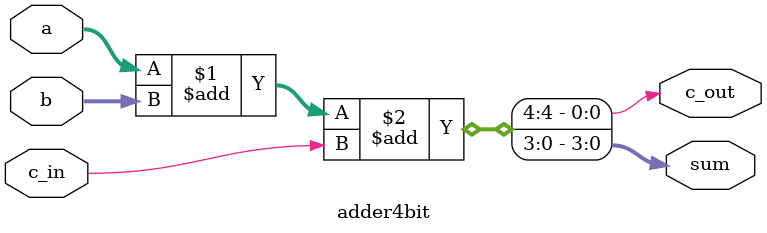
<source format=v>
`timescale 1ns / 1ps
module adder4bit(
	input [3:0] a,b,
	input c_in,
	output [3:0] sum,
	output c_out
	);
assign {c_out,sum} = a + b + c_in;
endmodule

</source>
